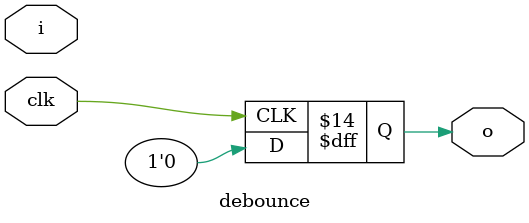
<source format=v>


module debounce(clk, i, o);
   input     clk;
   input     i;
   output    o;
   reg       o;
   
   reg [4:0] c;
   
   always @(posedge clk)
      
      begin
         if (i == 1'b1)
         begin
            if (c == 24'hFFFFFF)
               o <= 1'b1;
            else
               o <= 1'b0;
            c <= c + 1;
         end
         else
         begin
            c <= {24{1'b0}};
            o <= 1'b0;
         end
      end
   
endmodule

</source>
